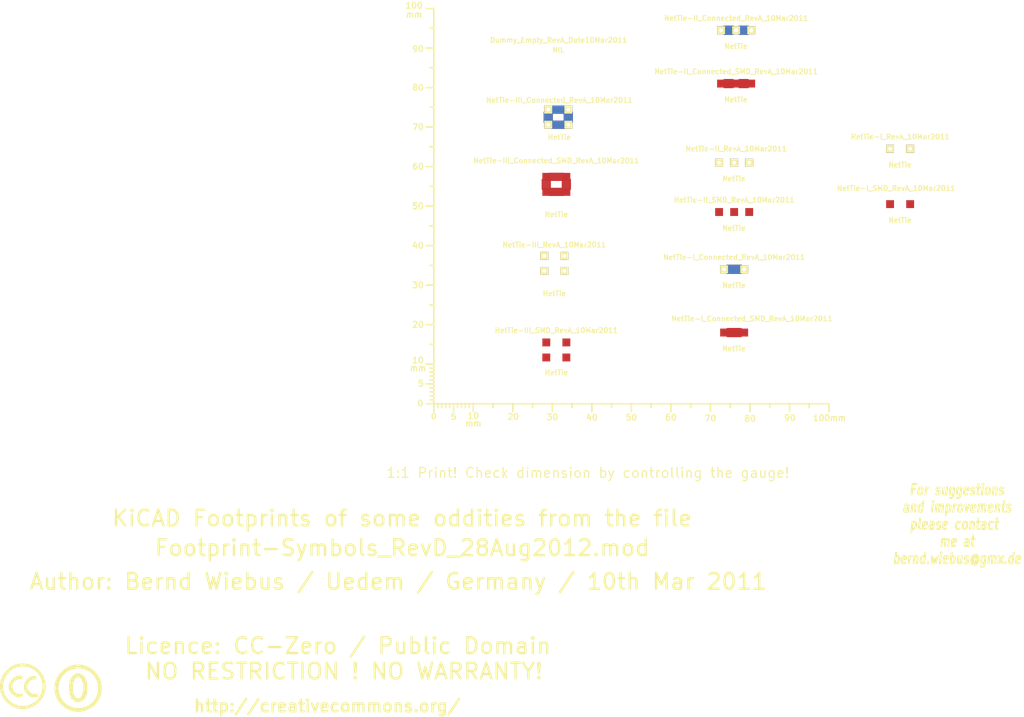
<source format=kicad_pcb>
(kicad_pcb (version 3) (host pcbnew "(2013-03-30 BZR 4007)-stable")

  (general
    (links 0)
    (no_connects 0)
    (area -16.90696 21.436 274.02378 197.1694)
    (thickness 1.6002)
    (drawings 7)
    (tracks 0)
    (zones 0)
    (modules 16)
    (nets 1)
  )

  (page A4)
  (layers
    (15 Vorderseite signal)
    (0 Rückseite signal)
    (16 B.Adhes user)
    (17 F.Adhes user)
    (18 B.Paste user)
    (19 F.Paste user)
    (20 B.SilkS user)
    (21 F.SilkS user)
    (22 B.Mask user)
    (23 F.Mask user)
    (24 Dwgs.User user)
    (25 Cmts.User user)
    (26 Eco1.User user)
    (27 Eco2.User user)
    (28 Edge.Cuts user)
  )

  (setup
    (last_trace_width 0.2032)
    (trace_clearance 0.254)
    (zone_clearance 0.508)
    (zone_45_only no)
    (trace_min 0.2032)
    (segment_width 0.381)
    (edge_width 0.381)
    (via_size 0.889)
    (via_drill 0.635)
    (via_min_size 0.889)
    (via_min_drill 0.508)
    (uvia_size 0.508)
    (uvia_drill 0.127)
    (uvias_allowed no)
    (uvia_min_size 0.508)
    (uvia_min_drill 0.127)
    (pcb_text_width 0.3048)
    (pcb_text_size 1.524 2.032)
    (mod_edge_width 0.381)
    (mod_text_size 1.524 1.524)
    (mod_text_width 0.3048)
    (pad_size 1.99898 1.99898)
    (pad_drill 1.00076)
    (pad_to_mask_clearance 0.254)
    (aux_axis_origin 0 0)
    (visible_elements 7FFFFFFF)
    (pcbplotparams
      (layerselection 3178497)
      (usegerberextensions true)
      (excludeedgelayer true)
      (linewidth 60)
      (plotframeref false)
      (viasonmask false)
      (mode 1)
      (useauxorigin false)
      (hpglpennumber 1)
      (hpglpenspeed 20)
      (hpglpendiameter 15)
      (hpglpenoverlay 0)
      (psnegative false)
      (psa4output false)
      (plotreference true)
      (plotvalue true)
      (plotothertext true)
      (plotinvisibletext false)
      (padsonsilk false)
      (subtractmaskfromsilk false)
      (outputformat 1)
      (mirror false)
      (drillshape 1)
      (scaleselection 1)
      (outputdirectory ""))
  )

  (net 0 "")

  (net_class Default "Dies ist die voreingestellte Netzklasse."
    (clearance 0.254)
    (trace_width 0.2032)
    (via_dia 0.889)
    (via_drill 0.635)
    (uvia_dia 0.508)
    (uvia_drill 0.127)
    (add_net "")
  )

  (module Gauge_100mm_Type2_SilkScreenTop_RevA_Date22Jun2010 (layer Vorderseite) (tedit 51AF5FD9) (tstamp 4D88F07A)
    (at 125 116)
    (descr "Gauge, Massstab, 100mm, SilkScreenTop, Type 2,")
    (tags "Gauge, Massstab, 100mm, SilkScreenTop, Type 2,")
    (path Gauge_100mm_Type2_SilkScreenTop_RevA_Date22Jun2010)
    (fp_text reference MSC (at 4.0005 8.99922) (layer F.SilkS) hide
      (effects (font (size 1.524 1.524) (thickness 0.3048)))
    )
    (fp_text value Gauge_100mm_Type2_SilkScreenTop_RevA_Date22Jun2010 (at 45.9994 8.99922) (layer F.SilkS) hide
      (effects (font (size 1.524 1.524) (thickness 0.3048)))
    )
    (fp_text user mm (at 9.99998 5.00126) (layer F.SilkS)
      (effects (font (size 1.524 1.524) (thickness 0.3048)))
    )
    (fp_text user mm (at -4.0005 -8.99922) (layer F.SilkS)
      (effects (font (size 1.524 1.524) (thickness 0.3048)))
    )
    (fp_text user mm (at -5.00126 -98.5012) (layer F.SilkS)
      (effects (font (size 1.524 1.524) (thickness 0.3048)))
    )
    (fp_text user 10 (at 10.00506 3.0988) (layer F.SilkS)
      (effects (font (size 1.50114 1.50114) (thickness 0.29972)))
    )
    (fp_text user 0 (at 0.00508 3.19786) (layer F.SilkS)
      (effects (font (size 1.39954 1.50114) (thickness 0.29972)))
    )
    (fp_text user 5 (at 5.0038 3.29946) (layer F.SilkS)
      (effects (font (size 1.50114 1.50114) (thickness 0.29972)))
    )
    (fp_text user 20 (at 20.1041 3.29946) (layer F.SilkS)
      (effects (font (size 1.50114 1.50114) (thickness 0.29972)))
    )
    (fp_text user 30 (at 30.00502 3.39852) (layer F.SilkS)
      (effects (font (size 1.50114 1.50114) (thickness 0.29972)))
    )
    (fp_text user 40 (at 40.005 3.50012) (layer F.SilkS)
      (effects (font (size 1.50114 1.50114) (thickness 0.29972)))
    )
    (fp_text user 50 (at 50.00498 3.50012) (layer F.SilkS)
      (effects (font (size 1.50114 1.50114) (thickness 0.29972)))
    )
    (fp_text user 60 (at 60.00496 3.50012) (layer F.SilkS)
      (effects (font (size 1.50114 1.50114) (thickness 0.29972)))
    )
    (fp_text user 70 (at 70.00494 3.70078) (layer F.SilkS)
      (effects (font (size 1.50114 1.50114) (thickness 0.29972)))
    )
    (fp_text user 80 (at 80.00492 3.79984) (layer F.SilkS)
      (effects (font (size 1.50114 1.50114) (thickness 0.29972)))
    )
    (fp_text user 90 (at 90.1065 3.60172) (layer F.SilkS)
      (effects (font (size 1.50114 1.50114) (thickness 0.29972)))
    )
    (fp_text user 100mm (at 100.10648 3.60172) (layer F.SilkS)
      (effects (font (size 1.50114 1.50114) (thickness 0.29972)))
    )
    (fp_line (start 0 -8.99922) (end -1.00076 -8.99922) (layer F.SilkS) (width 0.381))
    (fp_line (start 0 -8.001) (end -1.00076 -8.001) (layer F.SilkS) (width 0.381))
    (fp_line (start 0 -7.00024) (end -1.00076 -7.00024) (layer F.SilkS) (width 0.381))
    (fp_line (start 0 -5.99948) (end -1.00076 -5.99948) (layer F.SilkS) (width 0.381))
    (fp_line (start 0 -4.0005) (end -1.00076 -4.0005) (layer F.SilkS) (width 0.381))
    (fp_line (start 0 -2.99974) (end -1.00076 -2.99974) (layer F.SilkS) (width 0.381))
    (fp_line (start 0 -1.99898) (end -1.00076 -1.99898) (layer F.SilkS) (width 0.381))
    (fp_line (start 0 -1.00076) (end -1.00076 -1.00076) (layer F.SilkS) (width 0.381))
    (fp_line (start 0 0) (end -1.99898 0) (layer F.SilkS) (width 0.381))
    (fp_line (start 0 -5.00126) (end -1.99898 -5.00126) (layer F.SilkS) (width 0.381))
    (fp_line (start 0 -9.99998) (end -1.99898 -9.99998) (layer F.SilkS) (width 0.381))
    (fp_line (start 0 -15.00124) (end -1.00076 -15.00124) (layer F.SilkS) (width 0.381))
    (fp_line (start 0 -19.99996) (end -1.99898 -19.99996) (layer F.SilkS) (width 0.381))
    (fp_line (start 0 -25.00122) (end -1.00076 -25.00122) (layer F.SilkS) (width 0.381))
    (fp_line (start 0 -29.99994) (end -1.99898 -29.99994) (layer F.SilkS) (width 0.381))
    (fp_line (start 0 -35.0012) (end -1.00076 -35.0012) (layer F.SilkS) (width 0.381))
    (fp_line (start 0 -39.99992) (end -1.99898 -39.99992) (layer F.SilkS) (width 0.381))
    (fp_line (start 0 -45.00118) (end -1.00076 -45.00118) (layer F.SilkS) (width 0.381))
    (fp_line (start 0 -49.9999) (end -1.99898 -49.9999) (layer F.SilkS) (width 0.381))
    (fp_line (start 0 -55.00116) (end -1.00076 -55.00116) (layer F.SilkS) (width 0.381))
    (fp_line (start 0 -59.99988) (end -1.99898 -59.99988) (layer F.SilkS) (width 0.381))
    (fp_line (start 0 -65.00114) (end -1.00076 -65.00114) (layer F.SilkS) (width 0.381))
    (fp_line (start 0 -69.99986) (end -1.99898 -69.99986) (layer F.SilkS) (width 0.381))
    (fp_line (start 0 -75.00112) (end -1.00076 -75.00112) (layer F.SilkS) (width 0.381))
    (fp_line (start 0 -79.99984) (end -1.99898 -79.99984) (layer F.SilkS) (width 0.381))
    (fp_line (start 0 -85.0011) (end -1.00076 -85.0011) (layer F.SilkS) (width 0.381))
    (fp_line (start 0 -89.99982) (end -1.99898 -89.99982) (layer F.SilkS) (width 0.381))
    (fp_line (start 0 -95.00108) (end -1.00076 -95.00108) (layer F.SilkS) (width 0.381))
    (fp_line (start 0 0) (end 0 -99.9998) (layer F.SilkS) (width 0.381))
    (fp_line (start 0 -99.9998) (end -1.99898 -99.9998) (layer F.SilkS) (width 0.381))
    (fp_text user 100 (at -4.99872 -100.7491) (layer F.SilkS)
      (effects (font (size 1.50114 1.50114) (thickness 0.29972)))
    )
    (fp_text user 90 (at -4.0005 -89.7509) (layer F.SilkS)
      (effects (font (size 1.50114 1.50114) (thickness 0.29972)))
    )
    (fp_text user 80 (at -4.0005 -79.99984) (layer F.SilkS)
      (effects (font (size 1.50114 1.50114) (thickness 0.29972)))
    )
    (fp_text user 70 (at -4.0005 -69.99986) (layer F.SilkS)
      (effects (font (size 1.50114 1.50114) (thickness 0.29972)))
    )
    (fp_text user 60 (at -4.0005 -59.99988) (layer F.SilkS)
      (effects (font (size 1.50114 1.50114) (thickness 0.29972)))
    )
    (fp_text user 50 (at -4.0005 -49.9999) (layer F.SilkS)
      (effects (font (size 1.50114 1.50114) (thickness 0.34036)))
    )
    (fp_text user 40 (at -4.0005 -39.99992) (layer F.SilkS)
      (effects (font (size 1.50114 1.50114) (thickness 0.29972)))
    )
    (fp_text user 30 (at -4.0005 -29.99994) (layer F.SilkS)
      (effects (font (size 1.50114 1.50114) (thickness 0.29972)))
    )
    (fp_text user 20 (at -4.0005 -19.99996) (layer F.SilkS)
      (effects (font (size 1.50114 1.50114) (thickness 0.29972)))
    )
    (fp_line (start 95.00108 0) (end 95.00108 1.00076) (layer F.SilkS) (width 0.381))
    (fp_line (start 89.99982 0) (end 89.99982 1.99898) (layer F.SilkS) (width 0.381))
    (fp_line (start 85.0011 0) (end 85.0011 1.00076) (layer F.SilkS) (width 0.381))
    (fp_line (start 79.99984 0) (end 79.99984 1.99898) (layer F.SilkS) (width 0.381))
    (fp_line (start 75.00112 0) (end 75.00112 1.00076) (layer F.SilkS) (width 0.381))
    (fp_line (start 69.99986 0) (end 69.99986 1.99898) (layer F.SilkS) (width 0.381))
    (fp_line (start 65.00114 0) (end 65.00114 1.00076) (layer F.SilkS) (width 0.381))
    (fp_line (start 59.99988 0) (end 59.99988 1.99898) (layer F.SilkS) (width 0.381))
    (fp_line (start 55.00116 0) (end 55.00116 1.00076) (layer F.SilkS) (width 0.381))
    (fp_line (start 49.9999 0) (end 49.9999 1.99898) (layer F.SilkS) (width 0.381))
    (fp_line (start 45.00118 0) (end 45.00118 1.00076) (layer F.SilkS) (width 0.381))
    (fp_line (start 39.99992 0) (end 39.99992 1.99898) (layer F.SilkS) (width 0.381))
    (fp_line (start 35.0012 0) (end 35.0012 1.00076) (layer F.SilkS) (width 0.381))
    (fp_line (start 29.99994 0) (end 29.99994 1.99898) (layer F.SilkS) (width 0.381))
    (fp_line (start 25.00122 0) (end 25.00122 1.00076) (layer F.SilkS) (width 0.381))
    (fp_line (start 19.99996 0) (end 19.99996 1.99898) (layer F.SilkS) (width 0.381))
    (fp_line (start 15.00124 0) (end 15.00124 1.00076) (layer F.SilkS) (width 0.381))
    (fp_line (start 9.99998 0) (end 99.9998 0) (layer F.SilkS) (width 0.381))
    (fp_line (start 99.9998 0) (end 99.9998 1.99898) (layer F.SilkS) (width 0.381))
    (fp_text user 5 (at -3.302 -5.10286) (layer F.SilkS)
      (effects (font (size 1.50114 1.50114) (thickness 0.29972)))
    )
    (fp_text user 0 (at -3.4036 -0.10414) (layer F.SilkS)
      (effects (font (size 1.50114 1.50114) (thickness 0.29972)))
    )
    (fp_text user 10 (at -4.0005 -11.00074) (layer F.SilkS)
      (effects (font (size 1.50114 1.50114) (thickness 0.29972)))
    )
    (fp_line (start 8.99922 0) (end 8.99922 1.00076) (layer F.SilkS) (width 0.381))
    (fp_line (start 8.001 0) (end 8.001 1.00076) (layer F.SilkS) (width 0.381))
    (fp_line (start 7.00024 0) (end 7.00024 1.00076) (layer F.SilkS) (width 0.381))
    (fp_line (start 5.99948 0) (end 5.99948 1.00076) (layer F.SilkS) (width 0.381))
    (fp_line (start 4.0005 0) (end 4.0005 1.00076) (layer F.SilkS) (width 0.381))
    (fp_line (start 2.99974 0) (end 2.99974 1.00076) (layer F.SilkS) (width 0.381))
    (fp_line (start 1.99898 0) (end 1.99898 1.00076) (layer F.SilkS) (width 0.381))
    (fp_line (start 1.00076 0) (end 1.00076 1.00076) (layer F.SilkS) (width 0.381))
    (fp_line (start 5.00126 0) (end 5.00126 1.99898) (layer F.SilkS) (width 0.381))
    (fp_line (start 0 0) (end 0 1.99898) (layer F.SilkS) (width 0.381))
    (fp_line (start 0 0) (end 9.99998 0) (layer F.SilkS) (width 0.381))
    (fp_line (start 9.99998 0) (end 9.99998 1.99898) (layer F.SilkS) (width 0.381))
  )

  (module Symbol_CC-PublicDomain_SilkScreenTop_Big (layer Vorderseite) (tedit 515D641F) (tstamp 515F0B64)
    (at 35 188)
    (descr "Symbol, CC-PublicDomain, SilkScreen Top, Big,")
    (tags "Symbol, CC-PublicDomain, SilkScreen Top, Big,")
    (path Symbol_CC-Noncommercial_CopperTop_Big)
    (fp_text reference Sym (at 0.59944 -7.29996) (layer F.SilkS) hide
      (effects (font (size 1.524 1.524) (thickness 0.3048)))
    )
    (fp_text value Symbol_CC-PublicDomain_SilkScreenTop_Big (at 0.59944 8.001) (layer F.SilkS) hide
      (effects (font (size 1.524 1.524) (thickness 0.3048)))
    )
    (fp_circle (center 0 0) (end 5.8 -0.05) (layer F.SilkS) (width 0.381))
    (fp_circle (center 0 0) (end 5.5 0) (layer F.SilkS) (width 0.381))
    (fp_circle (center 0.05 0) (end 5.25 0) (layer F.SilkS) (width 0.381))
    (fp_line (start 1.1 -2.5) (end 1.4 -1.9) (layer F.SilkS) (width 0.381))
    (fp_line (start -1.8 1.2) (end -1.6 1.9) (layer F.SilkS) (width 0.381))
    (fp_line (start -1.6 1.9) (end -1.2 2.5) (layer F.SilkS) (width 0.381))
    (fp_line (start 0 -3) (end 0.75 -2.75) (layer F.SilkS) (width 0.381))
    (fp_line (start 0.75 -2.75) (end 1 -2.25) (layer F.SilkS) (width 0.381))
    (fp_line (start 1 -2.25) (end 1.5 -1) (layer F.SilkS) (width 0.381))
    (fp_line (start 1.5 -1) (end 1.5 -0.5) (layer F.SilkS) (width 0.381))
    (fp_line (start 1.5 -0.5) (end 1.5 0.5) (layer F.SilkS) (width 0.381))
    (fp_line (start 1.5 0.5) (end 1.25 1.5) (layer F.SilkS) (width 0.381))
    (fp_line (start 1.25 1.5) (end 0.75 2.5) (layer F.SilkS) (width 0.381))
    (fp_line (start 0.75 2.5) (end 0.25 2.75) (layer F.SilkS) (width 0.381))
    (fp_line (start 0.25 2.75) (end -0.25 2.75) (layer F.SilkS) (width 0.381))
    (fp_line (start -0.25 2.75) (end -0.75 2.5) (layer F.SilkS) (width 0.381))
    (fp_line (start -0.75 2.5) (end -1.25 1.75) (layer F.SilkS) (width 0.381))
    (fp_line (start -1.25 1.75) (end -1.5 0.75) (layer F.SilkS) (width 0.381))
    (fp_line (start -1.5 0.75) (end -1.5 -0.75) (layer F.SilkS) (width 0.381))
    (fp_line (start -1.5 -0.75) (end -1.25 -1.75) (layer F.SilkS) (width 0.381))
    (fp_line (start -1.25 -1.75) (end -1 -2.5) (layer F.SilkS) (width 0.381))
    (fp_line (start -1 -2.5) (end -0.3 -2.9) (layer F.SilkS) (width 0.381))
    (fp_line (start -0.3 -2.9) (end 0.2 -3) (layer F.SilkS) (width 0.381))
    (fp_line (start 0.2 -3) (end 0.8 -3) (layer F.SilkS) (width 0.381))
    (fp_line (start 0.8 -3) (end 1.4 -2.3) (layer F.SilkS) (width 0.381))
    (fp_line (start 1.4 -2.3) (end 1.6 -1.4) (layer F.SilkS) (width 0.381))
    (fp_line (start 1.6 -1.4) (end 1.7 -0.3) (layer F.SilkS) (width 0.381))
    (fp_line (start 1.7 -0.3) (end 1.7 0.9) (layer F.SilkS) (width 0.381))
    (fp_line (start 1.7 0.9) (end 1.4 1.8) (layer F.SilkS) (width 0.381))
    (fp_line (start 1.4 1.8) (end 1 2.7) (layer F.SilkS) (width 0.381))
    (fp_line (start 1 2.7) (end 0.5 3) (layer F.SilkS) (width 0.381))
    (fp_line (start 0.5 3) (end -0.4 3) (layer F.SilkS) (width 0.381))
    (fp_line (start -0.4 3) (end -1.3 2.3) (layer F.SilkS) (width 0.381))
    (fp_line (start -1.3 2.3) (end -1.7 1) (layer F.SilkS) (width 0.381))
    (fp_line (start -1.7 1) (end -1.8 -0.7) (layer F.SilkS) (width 0.381))
    (fp_line (start -1.8 -0.7) (end -1.4 -2.2) (layer F.SilkS) (width 0.381))
    (fp_line (start -1.4 -2.2) (end -1 -2.9) (layer F.SilkS) (width 0.381))
    (fp_line (start -1 -2.9) (end -0.2 -3.3) (layer F.SilkS) (width 0.381))
    (fp_line (start -0.2 -3.3) (end 0.7 -3.2) (layer F.SilkS) (width 0.381))
    (fp_line (start 0.7 -3.2) (end 1.3 -3.1) (layer F.SilkS) (width 0.381))
    (fp_line (start 1.3 -3.1) (end 1.7 -2.4) (layer F.SilkS) (width 0.381))
    (fp_line (start 1.7 -2.4) (end 2 -1.6) (layer F.SilkS) (width 0.381))
    (fp_line (start 2 -1.6) (end 2.1 -0.6) (layer F.SilkS) (width 0.381))
    (fp_line (start 2.1 -0.6) (end 2.1 0.3) (layer F.SilkS) (width 0.381))
    (fp_line (start 2.1 0.3) (end 2.1 1.3) (layer F.SilkS) (width 0.381))
    (fp_line (start 2.1 1.3) (end 1.9 1.8) (layer F.SilkS) (width 0.381))
    (fp_line (start 1.9 1.8) (end 1.5 2.6) (layer F.SilkS) (width 0.381))
    (fp_line (start 1.5 2.6) (end 1.1 3) (layer F.SilkS) (width 0.381))
    (fp_line (start 1.1 3) (end 0.4 3.3) (layer F.SilkS) (width 0.381))
    (fp_line (start 0.4 3.3) (end -0.1 3.4) (layer F.SilkS) (width 0.381))
    (fp_line (start -0.1 3.4) (end -0.8 3.2) (layer F.SilkS) (width 0.381))
    (fp_line (start -0.8 3.2) (end -1.5 2.6) (layer F.SilkS) (width 0.381))
    (fp_line (start -1.5 2.6) (end -1.9 1.7) (layer F.SilkS) (width 0.381))
    (fp_line (start -1.9 1.7) (end -2.1 0.4) (layer F.SilkS) (width 0.381))
    (fp_line (start -2.1 0.4) (end -2.1 -0.6) (layer F.SilkS) (width 0.381))
    (fp_line (start -2.1 -0.6) (end -2 -1.6) (layer F.SilkS) (width 0.381))
    (fp_line (start -2 -1.6) (end -1.7 -2.4) (layer F.SilkS) (width 0.381))
    (fp_line (start -1.7 -2.4) (end -1.2 -3.1) (layer F.SilkS) (width 0.381))
    (fp_line (start -1.2 -3.1) (end -0.4 -3.6) (layer F.SilkS) (width 0.381))
    (fp_line (start -0.4 -3.6) (end 0.4 -3.6) (layer F.SilkS) (width 0.381))
    (fp_line (start 0.4 -3.6) (end 1.1 -3.2) (layer F.SilkS) (width 0.381))
    (fp_line (start 1.1 -3.2) (end 1.1 -2.9) (layer F.SilkS) (width 0.381))
    (fp_line (start 1.1 -2.9) (end 1.8 -1.5) (layer F.SilkS) (width 0.381))
    (fp_line (start 1.8 -1.5) (end 1.8 -0.4) (layer F.SilkS) (width 0.381))
    (fp_line (start 1.8 -0.4) (end 1.8 1.1) (layer F.SilkS) (width 0.381))
    (fp_line (start 1.8 1.1) (end 1.2 2.6) (layer F.SilkS) (width 0.381))
    (fp_line (start 1.2 2.6) (end 0.2 3.2) (layer F.SilkS) (width 0.381))
    (fp_line (start 0.2 3.2) (end -0.5 3.2) (layer F.SilkS) (width 0.381))
    (fp_line (start -0.5 3.2) (end -1.1 2.7) (layer F.SilkS) (width 0.381))
    (fp_line (start -1.1 2.7) (end -1.9 0.6) (layer F.SilkS) (width 0.381))
    (fp_line (start -1.9 0.6) (end -1.7 -1.9) (layer F.SilkS) (width 0.381))
  )

  (module Symbol_CreativeCommons_SilkScreenTop_Type2_Big (layer Vorderseite) (tedit 515D640C) (tstamp 515F46B2)
    (at 21 187.5)
    (descr "Symbol, Creative Commons, SilkScreen Top, Type 2, Big,")
    (tags "Symbol, Creative Commons, SilkScreen Top, Type 2, Big,")
    (path Symbol_CreativeCommons_CopperTop_Type2_Big)
    (fp_text reference Sym (at 0.59944 -7.29996) (layer F.SilkS) hide
      (effects (font (size 1.524 1.524) (thickness 0.3048)))
    )
    (fp_text value Symbol_CreativeCommons_Typ2_SilkScreenTop_Big (at 0.59944 8.001) (layer F.SilkS) hide
      (effects (font (size 1.524 1.524) (thickness 0.3048)))
    )
    (fp_line (start -0.70104 2.70002) (end -0.29972 2.60096) (layer F.SilkS) (width 0.381))
    (fp_line (start -0.29972 2.60096) (end -0.20066 2.10058) (layer F.SilkS) (width 0.381))
    (fp_line (start -2.49936 -1.69926) (end -2.70002 -1.6002) (layer F.SilkS) (width 0.381))
    (fp_line (start -2.70002 -1.6002) (end -3.0988 -1.00076) (layer F.SilkS) (width 0.381))
    (fp_line (start -3.0988 -1.00076) (end -3.29946 -0.50038) (layer F.SilkS) (width 0.381))
    (fp_line (start -3.29946 -0.50038) (end -3.40106 0.39878) (layer F.SilkS) (width 0.381))
    (fp_line (start -3.40106 0.39878) (end -3.29946 0.89916) (layer F.SilkS) (width 0.381))
    (fp_line (start -0.19812 2.4003) (end -0.29718 2.59842) (layer F.SilkS) (width 0.381))
    (fp_line (start 3.70078 2.10058) (end 3.79984 2.4003) (layer F.SilkS) (width 0.381))
    (fp_line (start 2.99974 -2.4003) (end 3.29946 -2.30124) (layer F.SilkS) (width 0.381))
    (fp_line (start 3.29946 -2.30124) (end 3.0988 -1.99898) (layer F.SilkS) (width 0.381))
    (fp_line (start 0 -5.40004) (end -0.50038 -5.40004) (layer F.SilkS) (width 0.381))
    (fp_line (start -0.50038 -5.40004) (end -1.30048 -5.10032) (layer F.SilkS) (width 0.381))
    (fp_line (start -1.30048 -5.10032) (end -1.99898 -4.89966) (layer F.SilkS) (width 0.381))
    (fp_line (start -1.99898 -4.89966) (end -2.70002 -4.699) (layer F.SilkS) (width 0.381))
    (fp_line (start -2.70002 -4.699) (end -3.29946 -4.20116) (layer F.SilkS) (width 0.381))
    (fp_line (start -3.29946 -4.20116) (end -4.0005 -3.59918) (layer F.SilkS) (width 0.381))
    (fp_line (start -4.0005 -3.59918) (end -4.50088 -2.99974) (layer F.SilkS) (width 0.381))
    (fp_line (start -4.50088 -2.99974) (end -5.00126 -2.10058) (layer F.SilkS) (width 0.381))
    (fp_line (start -5.00126 -2.10058) (end -5.30098 -1.09982) (layer F.SilkS) (width 0.381))
    (fp_line (start -5.30098 -1.09982) (end -5.40004 0.09906) (layer F.SilkS) (width 0.381))
    (fp_line (start -5.40004 0.09906) (end -5.19938 1.30048) (layer F.SilkS) (width 0.381))
    (fp_line (start -5.19938 1.30048) (end -4.8006 2.4003) (layer F.SilkS) (width 0.381))
    (fp_line (start -4.8006 2.4003) (end -3.79984 3.8989) (layer F.SilkS) (width 0.381))
    (fp_line (start -3.79984 3.8989) (end -2.60096 4.8006) (layer F.SilkS) (width 0.381))
    (fp_line (start -2.60096 4.8006) (end -1.30048 5.30098) (layer F.SilkS) (width 0.381))
    (fp_line (start -1.30048 5.30098) (end 0.09906 5.30098) (layer F.SilkS) (width 0.381))
    (fp_line (start 0.09906 5.30098) (end 1.6002 5.19938) (layer F.SilkS) (width 0.381))
    (fp_line (start 1.6002 5.19938) (end 2.60096 4.699) (layer F.SilkS) (width 0.381))
    (fp_line (start 2.60096 4.699) (end 4.20116 3.40106) (layer F.SilkS) (width 0.381))
    (fp_line (start 4.20116 3.40106) (end 5.00126 1.80086) (layer F.SilkS) (width 0.381))
    (fp_line (start 5.00126 1.80086) (end 5.40004 0.29972) (layer F.SilkS) (width 0.381))
    (fp_line (start 5.40004 0.29972) (end 5.19938 -1.39954) (layer F.SilkS) (width 0.381))
    (fp_line (start 5.19938 -1.39954) (end 4.699 -2.49936) (layer F.SilkS) (width 0.381))
    (fp_line (start 4.699 -2.49936) (end 3.40106 -4.09956) (layer F.SilkS) (width 0.381))
    (fp_line (start 3.40106 -4.09956) (end 2.4003 -4.8006) (layer F.SilkS) (width 0.381))
    (fp_line (start 2.4003 -4.8006) (end 1.39954 -5.19938) (layer F.SilkS) (width 0.381))
    (fp_line (start 1.39954 -5.19938) (end 0 -5.30098) (layer F.SilkS) (width 0.381))
    (fp_line (start 0.60198 -0.70104) (end 0.50292 -0.20066) (layer F.SilkS) (width 0.381))
    (fp_line (start 0.50292 -0.20066) (end 0.50292 0.49784) (layer F.SilkS) (width 0.381))
    (fp_line (start 0.50292 0.49784) (end 0.60198 1.09982) (layer F.SilkS) (width 0.381))
    (fp_line (start 0.60198 1.09982) (end 1.00076 1.69926) (layer F.SilkS) (width 0.381))
    (fp_line (start 1.00076 1.69926) (end 1.50114 2.19964) (layer F.SilkS) (width 0.381))
    (fp_line (start 1.50114 2.19964) (end 2.10058 2.49936) (layer F.SilkS) (width 0.381))
    (fp_line (start 2.10058 2.49936) (end 2.60096 2.59842) (layer F.SilkS) (width 0.381))
    (fp_line (start 2.60096 2.59842) (end 3.00228 2.59842) (layer F.SilkS) (width 0.381))
    (fp_line (start 3.00228 2.59842) (end 3.40106 2.59842) (layer F.SilkS) (width 0.381))
    (fp_line (start 3.40106 2.59842) (end 3.80238 2.49936) (layer F.SilkS) (width 0.381))
    (fp_line (start 3.80238 2.49936) (end 3.70078 2.2987) (layer F.SilkS) (width 0.381))
    (fp_line (start 3.70078 2.2987) (end 2.80162 2.4003) (layer F.SilkS) (width 0.381))
    (fp_line (start 2.80162 2.4003) (end 1.80086 2.09804) (layer F.SilkS) (width 0.381))
    (fp_line (start 1.80086 2.09804) (end 1.20142 1.6002) (layer F.SilkS) (width 0.381))
    (fp_line (start 1.20142 1.6002) (end 0.80264 0.6985) (layer F.SilkS) (width 0.381))
    (fp_line (start 0.80264 0.6985) (end 0.70104 -0.29972) (layer F.SilkS) (width 0.381))
    (fp_line (start 0.70104 -0.29972) (end 1.00076 -1.00076) (layer F.SilkS) (width 0.381))
    (fp_line (start 1.00076 -1.00076) (end 1.60274 -1.7018) (layer F.SilkS) (width 0.381))
    (fp_line (start 1.60274 -1.7018) (end 2.30124 -2.10058) (layer F.SilkS) (width 0.381))
    (fp_line (start 2.30124 -2.10058) (end 3.00228 -2.10058) (layer F.SilkS) (width 0.381))
    (fp_line (start 3.00228 -2.10058) (end 3.10134 -1.89992) (layer F.SilkS) (width 0.381))
    (fp_line (start 3.10134 -1.89992) (end 2.5019 -1.89992) (layer F.SilkS) (width 0.381))
    (fp_line (start 2.5019 -1.89992) (end 1.80086 -1.6002) (layer F.SilkS) (width 0.381))
    (fp_line (start 1.80086 -1.6002) (end 1.30048 -1.00076) (layer F.SilkS) (width 0.381))
    (fp_line (start 1.30048 -1.00076) (end 1.00076 -0.40132) (layer F.SilkS) (width 0.381))
    (fp_line (start 1.00076 -0.40132) (end 1.00076 0.09906) (layer F.SilkS) (width 0.381))
    (fp_line (start 1.00076 0.09906) (end 1.00076 0.6985) (layer F.SilkS) (width 0.381))
    (fp_line (start 1.00076 0.6985) (end 1.30048 1.19888) (layer F.SilkS) (width 0.381))
    (fp_line (start 1.30048 1.19888) (end 1.7018 1.69926) (layer F.SilkS) (width 0.381))
    (fp_line (start 1.7018 1.69926) (end 2.30124 1.99898) (layer F.SilkS) (width 0.381))
    (fp_line (start 2.30124 1.99898) (end 2.90068 2.09804) (layer F.SilkS) (width 0.381))
    (fp_line (start 2.90068 2.09804) (end 3.40106 2.09804) (layer F.SilkS) (width 0.381))
    (fp_line (start 3.40106 2.09804) (end 3.70078 1.99898) (layer F.SilkS) (width 0.381))
    (fp_line (start 3.00228 -2.4003) (end 2.40284 -2.4003) (layer F.SilkS) (width 0.381))
    (fp_line (start 2.40284 -2.4003) (end 2.00152 -2.20218) (layer F.SilkS) (width 0.381))
    (fp_line (start 2.00152 -2.20218) (end 1.50114 -2.00152) (layer F.SilkS) (width 0.381))
    (fp_line (start 1.50114 -2.00152) (end 1.10236 -1.6002) (layer F.SilkS) (width 0.381))
    (fp_line (start 1.10236 -1.6002) (end 0.80264 -1.09982) (layer F.SilkS) (width 0.381))
    (fp_line (start 0.80264 -1.09982) (end 0.60198 -0.70104) (layer F.SilkS) (width 0.381))
    (fp_line (start -0.39878 -1.99898) (end -0.89916 -1.99898) (layer F.SilkS) (width 0.381))
    (fp_line (start -0.89916 -1.99898) (end -1.39954 -1.89738) (layer F.SilkS) (width 0.381))
    (fp_line (start -1.39954 -1.89738) (end -1.89992 -1.59766) (layer F.SilkS) (width 0.381))
    (fp_line (start -1.89992 -1.59766) (end -2.4003 -1.19888) (layer F.SilkS) (width 0.381))
    (fp_line (start -2.4003 -1.30048) (end -2.70002 -0.8001) (layer F.SilkS) (width 0.381))
    (fp_line (start -2.70002 -0.8001) (end -2.79908 -0.29972) (layer F.SilkS) (width 0.381))
    (fp_line (start -2.79908 -0.29972) (end -2.79908 0.20066) (layer F.SilkS) (width 0.381))
    (fp_line (start -2.79908 0.20066) (end -2.59842 1.00076) (layer F.SilkS) (width 0.381))
    (fp_line (start -2.69748 1.00076) (end -2.39776 1.39954) (layer F.SilkS) (width 0.381))
    (fp_line (start -2.29616 1.4986) (end -1.79578 1.89992) (layer F.SilkS) (width 0.381))
    (fp_line (start -1.79578 1.89992) (end -1.29794 2.09804) (layer F.SilkS) (width 0.381))
    (fp_line (start -1.29794 2.09804) (end -0.89662 2.19964) (layer F.SilkS) (width 0.381))
    (fp_line (start -0.89662 2.19964) (end -0.49784 2.19964) (layer F.SilkS) (width 0.381))
    (fp_line (start -0.49784 2.19964) (end -0.19812 2.09804) (layer F.SilkS) (width 0.381))
    (fp_line (start -0.19812 2.09804) (end -0.29718 2.4003) (layer F.SilkS) (width 0.381))
    (fp_line (start -0.29718 2.4003) (end -0.89662 2.49936) (layer F.SilkS) (width 0.381))
    (fp_line (start -0.89662 2.49936) (end -1.59766 2.2987) (layer F.SilkS) (width 0.381))
    (fp_line (start -1.59766 2.2987) (end -2.29616 1.79832) (layer F.SilkS) (width 0.381))
    (fp_line (start -2.29616 1.79832) (end -2.79654 1.29794) (layer F.SilkS) (width 0.381))
    (fp_line (start -2.79908 1.39954) (end -2.99974 0.70104) (layer F.SilkS) (width 0.381))
    (fp_line (start -2.99974 0.70104) (end -3.0988 0) (layer F.SilkS) (width 0.381))
    (fp_line (start -3.0988 0) (end -2.99974 -0.59944) (layer F.SilkS) (width 0.381))
    (fp_line (start -2.99974 -0.8001) (end -2.70002 -1.30048) (layer F.SilkS) (width 0.381))
    (fp_line (start -2.70002 -1.09982) (end -2.19964 -1.6002) (layer F.SilkS) (width 0.381))
    (fp_line (start -2.19964 -1.69926) (end -1.69926 -1.99898) (layer F.SilkS) (width 0.381))
    (fp_line (start -1.69926 -1.99898) (end -1.19888 -2.19964) (layer F.SilkS) (width 0.381))
    (fp_line (start -1.19888 -2.19964) (end -0.6985 -2.19964) (layer F.SilkS) (width 0.381))
    (fp_line (start -0.6985 -2.19964) (end -0.29972 -2.19964) (layer F.SilkS) (width 0.381))
    (fp_line (start -0.29972 -2.19964) (end -0.20066 -2.39776) (layer F.SilkS) (width 0.381))
    (fp_line (start -0.20066 -2.39776) (end -0.59944 -2.49936) (layer F.SilkS) (width 0.381))
    (fp_line (start -0.59944 -2.49936) (end -1.00076 -2.49936) (layer F.SilkS) (width 0.381))
    (fp_line (start -1.00076 -2.49936) (end -1.4986 -2.39776) (layer F.SilkS) (width 0.381))
    (fp_line (start -1.4986 -2.39776) (end -2.10058 -2.09804) (layer F.SilkS) (width 0.381))
    (fp_line (start -2.10058 -2.09804) (end -2.59842 -1.69926) (layer F.SilkS) (width 0.381))
    (fp_line (start -2.59842 -1.6002) (end -3.0988 -0.89916) (layer F.SilkS) (width 0.381))
    (fp_line (start -3.0988 -0.89916) (end -3.29946 -0.29972) (layer F.SilkS) (width 0.381))
    (fp_line (start -3.29946 -0.29972) (end -3.29946 0.40132) (layer F.SilkS) (width 0.381))
    (fp_line (start -3.29946 0.40132) (end -3.2004 1.00076) (layer F.SilkS) (width 0.381))
    (fp_line (start -3.29946 0.8001) (end -2.99974 1.39954) (layer F.SilkS) (width 0.381))
    (fp_line (start -2.89814 1.4986) (end -2.49682 1.99898) (layer F.SilkS) (width 0.381))
    (fp_line (start -2.49682 1.99898) (end -1.89738 2.4003) (layer F.SilkS) (width 0.381))
    (fp_line (start -1.89738 2.4003) (end -1.19634 2.59842) (layer F.SilkS) (width 0.381))
    (fp_line (start -1.19634 2.59842) (end -0.69596 2.70002) (layer F.SilkS) (width 0.381))
    (fp_line (start -2.9972 1.19888) (end -2.59842 1.19888) (layer F.SilkS) (width 0.381))
    (fp_circle (center 0 0) (end 5.08 1.016) (layer F.SilkS) (width 0.381))
    (fp_circle (center 0 0) (end 5.588 0) (layer F.SilkS) (width 0.381))
  )

  (module Dummy_Empty_RevA_Date10Mar2011 (layer Vorderseite) (tedit 51AF5FA5) (tstamp 51AF5F86)
    (at 156.5 26.5)
    (descr "Only empty Dummy to give satsfaction to DRC")
    (tags "Only empty Dummy to give satsfaction to DRC")
    (fp_text reference Dummy_Empty_RevA_Date10Mar2011 (at 0.07112 -2.49936) (layer F.SilkS)
      (effects (font (size 1.27 1.27) (thickness 0.254)))
    )
    (fp_text value NIL (at 0 0) (layer F.SilkS)
      (effects (font (size 1.27 1.27) (thickness 0.254)))
    )
  )

  (module NetTie-III_Connected_RevA_20Mar2011 (layer Vorderseite) (tedit 51AF5FB0) (tstamp 51AF61AD)
    (at 156.5 43.5)
    (descr "Just a \"Net tie\" as an more or less elegant way to connect two different nets without disturbing ERC and DRC. Make connection between 1 and 2 by yourself.")
    (tags "Just a \"Net tie\" as an more or less elegant way to connect two different nets without disturbing ERC and DRC. Make connection between 1 and 2 by yourself.")
    (path NetTie-I_Connected_RevA_20Mar2011)
    (fp_text reference NetTie (at 0.254 5.08) (layer F.SilkS)
      (effects (font (size 1.27 1.27) (thickness 0.254)))
    )
    (fp_text value NetTie-III_Connected_RevA_10Mar2011 (at 0.254 -4.318) (layer F.SilkS)
      (effects (font (size 1.27 1.27) (thickness 0.254)))
    )
    (fp_line (start 2.54 -1.016) (end 2.54 1.016) (layer Rückseite) (width 0.3048))
    (fp_line (start 3.556 -1.27) (end 3.556 1.27) (layer Rückseite) (width 0.3048))
    (fp_line (start 3.556 1.27) (end 3.302 1.27) (layer Rückseite) (width 0.3048))
    (fp_line (start 3.302 1.27) (end 3.302 -1.27) (layer Rückseite) (width 0.3048))
    (fp_line (start 3.302 -1.27) (end 3.048 -1.27) (layer Rückseite) (width 0.3048))
    (fp_line (start 3.048 -1.27) (end 3.048 1.27) (layer Rückseite) (width 0.3048))
    (fp_line (start 3.048 1.27) (end 2.794 1.27) (layer Rückseite) (width 0.3048))
    (fp_line (start 2.794 1.27) (end 2.794 -1.27) (layer Rückseite) (width 0.3048))
    (fp_line (start 1.524 -1.27) (end 1.524 1.27) (layer Rückseite) (width 0.3048))
    (fp_line (start 1.524 1.27) (end 1.778 1.27) (layer Rückseite) (width 0.3048))
    (fp_line (start 1.778 1.27) (end 1.778 -1.27) (layer Rückseite) (width 0.3048))
    (fp_line (start 1.778 -1.27) (end 2.032 -1.27) (layer Rückseite) (width 0.3048))
    (fp_line (start 2.032 -1.27) (end 2.032 1.27) (layer Rückseite) (width 0.3048))
    (fp_line (start 2.032 1.27) (end 2.286 1.27) (layer Rückseite) (width 0.3048))
    (fp_line (start 2.286 1.27) (end 2.286 -1.27) (layer Rückseite) (width 0.3048))
    (fp_line (start 1.778 2.794) (end -1.778 2.794) (layer Rückseite) (width 0.3048))
    (fp_line (start -1.778 2.794) (end -1.778 2.54) (layer Rückseite) (width 0.3048))
    (fp_line (start -1.778 2.54) (end 1.778 2.54) (layer Rückseite) (width 0.3048))
    (fp_line (start 1.778 2.54) (end 1.778 2.286) (layer Rückseite) (width 0.3048))
    (fp_line (start 1.778 2.286) (end -1.778 2.286) (layer Rückseite) (width 0.3048))
    (fp_line (start -1.778 2.286) (end -1.778 2.032) (layer Rückseite) (width 0.3048))
    (fp_line (start -1.778 2.032) (end 1.778 2.032) (layer Rückseite) (width 0.3048))
    (fp_line (start 1.778 2.032) (end 1.778 1.778) (layer Rückseite) (width 0.3048))
    (fp_line (start 1.778 1.778) (end -1.778 1.778) (layer Rückseite) (width 0.3048))
    (fp_line (start -1.778 1.778) (end -1.778 1.524) (layer Rückseite) (width 0.3048))
    (fp_line (start -1.778 1.524) (end 1.778 1.524) (layer Rückseite) (width 0.3048))
    (fp_line (start 1.778 1.524) (end 1.778 1.27) (layer Rückseite) (width 0.3048))
    (fp_line (start 1.778 1.27) (end -1.778 1.27) (layer Rückseite) (width 0.3048))
    (fp_line (start -1.778 1.27) (end -1.778 1.016) (layer Rückseite) (width 0.3048))
    (fp_line (start -1.778 1.016) (end 1.778 1.016) (layer Rückseite) (width 0.3048))
    (fp_line (start 1.778 1.016) (end 1.778 0.762) (layer Rückseite) (width 0.3048))
    (fp_line (start 1.778 0.762) (end 1.778 1.016) (layer Rückseite) (width 0.3048))
    (fp_line (start 1.778 -2.794) (end -1.778 -2.794) (layer Rückseite) (width 0.3048))
    (fp_line (start -1.778 -2.794) (end -1.778 -2.54) (layer Rückseite) (width 0.3048))
    (fp_line (start -1.778 -2.54) (end 1.778 -2.54) (layer Rückseite) (width 0.3048))
    (fp_line (start 1.778 -2.54) (end 1.778 -2.286) (layer Rückseite) (width 0.3048))
    (fp_line (start 1.778 -2.286) (end -1.778 -2.286) (layer Rückseite) (width 0.3048))
    (fp_line (start -1.778 -2.286) (end -1.778 -2.032) (layer Rückseite) (width 0.3048))
    (fp_line (start -1.778 -2.032) (end 1.778 -2.032) (layer Rückseite) (width 0.3048))
    (fp_line (start 1.778 -2.032) (end 1.778 -1.778) (layer Rückseite) (width 0.3048))
    (fp_line (start 1.778 -1.778) (end -1.778 -1.778) (layer Rückseite) (width 0.3048))
    (fp_line (start -1.778 -1.778) (end -1.778 -1.524) (layer Rückseite) (width 0.3048))
    (fp_line (start -1.778 -1.524) (end 1.524 -1.524) (layer Rückseite) (width 0.3048))
    (fp_line (start 1.524 -1.524) (end 1.778 -1.524) (layer Rückseite) (width 0.3048))
    (fp_line (start 1.778 -1.524) (end 1.778 -1.27) (layer Rückseite) (width 0.3048))
    (fp_line (start 1.778 -1.27) (end -1.778 -1.27) (layer Rückseite) (width 0.3048))
    (fp_line (start -1.778 -1.27) (end -1.778 -1.016) (layer Rückseite) (width 0.3048))
    (fp_line (start -1.778 -1.016) (end 1.778 -1.016) (layer Rückseite) (width 0.3048))
    (fp_line (start -2.54 -1.016) (end -2.54 1.016) (layer Rückseite) (width 0.3048))
    (fp_line (start -2.286 1.27) (end -2.286 -1.27) (layer Rückseite) (width 0.3048))
    (fp_line (start -2.286 -1.27) (end -2.032 -1.27) (layer Rückseite) (width 0.3048))
    (fp_line (start -2.032 -1.27) (end -2.032 1.27) (layer Rückseite) (width 0.3048))
    (fp_line (start -2.032 1.27) (end -1.778 1.27) (layer Rückseite) (width 0.3048))
    (fp_line (start -1.778 1.27) (end -1.778 -1.27) (layer Rückseite) (width 0.3048))
    (fp_line (start -1.778 -1.27) (end -1.524 -1.27) (layer Rückseite) (width 0.3048))
    (fp_line (start -1.524 -1.27) (end -1.524 1.27) (layer Rückseite) (width 0.3048))
    (fp_line (start -3.556 -1.27) (end -3.556 1.27) (layer Rückseite) (width 0.3048))
    (fp_line (start -3.556 1.27) (end -3.302 1.27) (layer Rückseite) (width 0.3048))
    (fp_line (start -3.302 1.27) (end -3.302 -1.27) (layer Rückseite) (width 0.3048))
    (fp_line (start -3.302 -1.27) (end -3.048 -1.27) (layer Rückseite) (width 0.3048))
    (fp_line (start -3.048 -1.27) (end -3.048 1.27) (layer Rückseite) (width 0.3048))
    (fp_line (start -3.048 1.27) (end -2.794 1.27) (layer Rückseite) (width 0.3048))
    (fp_line (start -2.794 1.27) (end -2.794 -1.27) (layer Rückseite) (width 0.3048))
    (fp_line (start 2.54 -1.016) (end 2.54 1.016) (layer Vorderseite) (width 0.3048))
    (fp_line (start -2.54 -1.016) (end -2.54 1.016) (layer Vorderseite) (width 0.3048))
    (fp_line (start 1.524 1.27) (end 1.524 -1.27) (layer Vorderseite) (width 0.3048))
    (fp_line (start 1.778 -1.27) (end 1.778 1.27) (layer Vorderseite) (width 0.3048))
    (fp_line (start 2.032 1.27) (end 2.032 -1.27) (layer Vorderseite) (width 0.3048))
    (fp_line (start 2.286 -1.27) (end 2.286 1.27) (layer Vorderseite) (width 0.3048))
    (fp_line (start 2.794 -1.27) (end 2.794 1.27) (layer Vorderseite) (width 0.3048))
    (fp_line (start 3.048 1.27) (end 3.048 -1.27) (layer Vorderseite) (width 0.3048))
    (fp_line (start 3.302 -1.27) (end 3.302 1.27) (layer Vorderseite) (width 0.3048))
    (fp_line (start 3.556 1.27) (end 3.556 -1.27) (layer Vorderseite) (width 0.3048))
    (fp_line (start -1.524 1.27) (end -1.524 -1.27) (layer Vorderseite) (width 0.3048))
    (fp_line (start -1.778 -1.27) (end -1.778 1.27) (layer Vorderseite) (width 0.3048))
    (fp_line (start -2.032 1.27) (end -2.032 -1.27) (layer Vorderseite) (width 0.3048))
    (fp_line (start -2.286 -1.27) (end -2.286 1.27) (layer Vorderseite) (width 0.3048))
    (fp_line (start -2.794 -1.27) (end -2.794 1.27) (layer Vorderseite) (width 0.3048))
    (fp_line (start -3.048 -1.27) (end -3.048 1.27) (layer Vorderseite) (width 0.3048))
    (fp_line (start -3.302 -1.27) (end -3.302 1.27) (layer Vorderseite) (width 0.3048))
    (fp_line (start -3.556 -1.016) (end -3.556 -1.27) (layer Vorderseite) (width 0.3048))
    (fp_line (start -3.556 -1.016) (end -3.556 1.27) (layer Vorderseite) (width 0.3048))
    (fp_line (start -1.778 2.794) (end 1.778 2.794) (layer Vorderseite) (width 0.3048))
    (fp_line (start 1.778 2.54) (end -1.778 2.54) (layer Vorderseite) (width 0.3048))
    (fp_line (start -1.778 2.286) (end 1.778 2.286) (layer Vorderseite) (width 0.3048))
    (fp_line (start -1.778 2.032) (end 1.778 2.032) (layer Vorderseite) (width 0.3048))
    (fp_line (start -1.778 1.778) (end 1.778 1.778) (layer Vorderseite) (width 0.3048))
    (fp_line (start -1.778 1.524) (end 1.778 1.524) (layer Vorderseite) (width 0.3048))
    (fp_line (start -1.778 1.27) (end 1.778 1.27) (layer Vorderseite) (width 0.3048))
    (fp_line (start -1.778 1.016) (end -1.524 1.016) (layer Vorderseite) (width 0.3048))
    (fp_line (start -1.524 1.016) (end 1.778 1.016) (layer Vorderseite) (width 0.3048))
    (fp_line (start -1.778 -2.794) (end 1.778 -2.794) (layer Vorderseite) (width 0.3048))
    (fp_line (start -1.778 -2.54) (end 1.778 -2.54) (layer Vorderseite) (width 0.3048))
    (fp_line (start -1.778 -2.286) (end 1.778 -2.286) (layer Vorderseite) (width 0.3048))
    (fp_line (start -1.778 -2.032) (end 1.778 -2.032) (layer Vorderseite) (width 0.3048))
    (fp_line (start -1.778 -1.778) (end 1.778 -1.778) (layer Vorderseite) (width 0.3048))
    (fp_line (start -1.778 -1.524) (end 1.778 -1.524) (layer Vorderseite) (width 0.3048))
    (fp_line (start -1.778 -1.27) (end 1.778 -1.27) (layer Vorderseite) (width 0.3048))
    (fp_line (start -1.778 -1.016) (end 1.778 -1.016) (layer Vorderseite) (width 0.3048))
    (pad 1 thru_hole rect (at -2.54 -1.905) (size 1.99898 1.99898) (drill 1.00076)
      (layers *.Cu *.Mask F.SilkS)
    )
    (pad 2 thru_hole rect (at -2.54 1.905) (size 1.99898 1.99898) (drill 1.00076)
      (layers *.Cu *.Mask F.SilkS)
    )
    (pad 3 thru_hole rect (at 2.54 -1.905) (size 1.99898 1.99898) (drill 1.00076)
      (layers *.Cu *.Mask F.SilkS)
    )
    (pad 4 thru_hole rect (at 2.54 1.905) (size 1.99898 1.99898) (drill 1.00076)
      (layers *.Cu *.Mask F.SilkS)
    )
  )

  (module NetTie-III_Connected_SMD_RevA_20Mar2011 (layer Vorderseite) (tedit 51AF5FC2) (tstamp 51AF6423)
    (at 156 60.5)
    (descr "Just a \"Net tie\" as an more or less elegant way to connect two different nets without disturbing ERC and DRC. Make connection between 1 and 2 by yourself.")
    (tags "Just a \"Net tie\" as an more or less elegant way to connect two different nets without disturbing ERC and DRC. Make connection between 1 and 2 by yourself.")
    (path NetTie-I_Connected_RevA_20Mar2011)
    (fp_text reference NetTie (at 0 7.62) (layer F.SilkS)
      (effects (font (size 1.27 1.27) (thickness 0.254)))
    )
    (fp_text value NetTie-III_Connected_SMD_RevA_10Mar2011 (at 0 -6) (layer F.SilkS)
      (effects (font (size 1.27 1.27) (thickness 0.254)))
    )
    (fp_line (start 1.524 1.27) (end 1.524 -1.27) (layer Vorderseite) (width 0.3048))
    (fp_line (start 1.778 -1.27) (end 1.778 1.27) (layer Vorderseite) (width 0.3048))
    (fp_line (start 2.032 1.27) (end 2.032 -1.27) (layer Vorderseite) (width 0.3048))
    (fp_line (start 2.286 -1.27) (end 2.286 1.27) (layer Vorderseite) (width 0.3048))
    (fp_line (start 2.54 1.27) (end 2.54 -1.27) (layer Vorderseite) (width 0.3048))
    (fp_line (start 2.794 -1.27) (end 2.794 1.27) (layer Vorderseite) (width 0.3048))
    (fp_line (start 3.048 1.27) (end 3.048 -1.27) (layer Vorderseite) (width 0.3048))
    (fp_line (start 3.302 -1.27) (end 3.302 1.27) (layer Vorderseite) (width 0.3048))
    (fp_line (start 3.556 1.27) (end 3.556 -1.27) (layer Vorderseite) (width 0.3048))
    (fp_line (start -1.524 1.27) (end -1.524 -1.27) (layer Vorderseite) (width 0.3048))
    (fp_line (start -1.778 -1.27) (end -1.778 1.27) (layer Vorderseite) (width 0.3048))
    (fp_line (start -2.032 1.27) (end -2.032 -1.27) (layer Vorderseite) (width 0.3048))
    (fp_line (start -2.286 -1.27) (end -2.286 1.27) (layer Vorderseite) (width 0.3048))
    (fp_line (start -2.54 -1.27) (end -2.54 1.27) (layer Vorderseite) (width 0.3048))
    (fp_line (start -2.794 -1.27) (end -2.794 1.27) (layer Vorderseite) (width 0.3048))
    (fp_line (start -3.048 -1.27) (end -3.048 1.27) (layer Vorderseite) (width 0.3048))
    (fp_line (start -3.302 -1.27) (end -3.302 1.27) (layer Vorderseite) (width 0.3048))
    (fp_line (start -3.556 -1.016) (end -3.556 -1.27) (layer Vorderseite) (width 0.3048))
    (fp_line (start -3.556 -1.016) (end -3.556 1.27) (layer Vorderseite) (width 0.3048))
    (fp_line (start -1.778 2.794) (end 1.778 2.794) (layer Vorderseite) (width 0.3048))
    (fp_line (start 1.778 2.54) (end -1.778 2.54) (layer Vorderseite) (width 0.3048))
    (fp_line (start -1.778 2.286) (end 1.778 2.286) (layer Vorderseite) (width 0.3048))
    (fp_line (start -1.778 2.032) (end 1.778 2.032) (layer Vorderseite) (width 0.3048))
    (fp_line (start -1.778 1.778) (end 1.778 1.778) (layer Vorderseite) (width 0.3048))
    (fp_line (start -1.778 1.524) (end 1.778 1.524) (layer Vorderseite) (width 0.3048))
    (fp_line (start -1.778 1.27) (end 1.778 1.27) (layer Vorderseite) (width 0.3048))
    (fp_line (start -1.778 1.016) (end -1.524 1.016) (layer Vorderseite) (width 0.3048))
    (fp_line (start -1.524 1.016) (end 1.778 1.016) (layer Vorderseite) (width 0.3048))
    (fp_line (start -1.778 -2.794) (end 1.778 -2.794) (layer Vorderseite) (width 0.3048))
    (fp_line (start -1.778 -2.54) (end 1.778 -2.54) (layer Vorderseite) (width 0.3048))
    (fp_line (start -1.778 -2.286) (end 1.778 -2.286) (layer Vorderseite) (width 0.3048))
    (fp_line (start -1.778 -2.032) (end 1.778 -2.032) (layer Vorderseite) (width 0.3048))
    (fp_line (start -1.778 -1.778) (end 1.778 -1.778) (layer Vorderseite) (width 0.3048))
    (fp_line (start -1.778 -1.524) (end 1.778 -1.524) (layer Vorderseite) (width 0.3048))
    (fp_line (start -1.778 -1.27) (end 1.778 -1.27) (layer Vorderseite) (width 0.3048))
    (fp_line (start -1.778 -1.016) (end 1.778 -1.016) (layer Vorderseite) (width 0.3048))
    (pad 1 smd rect (at -2.54 -1.905) (size 1.99898 1.99898)
      (layers Vorderseite F.Paste F.Mask)
    )
    (pad 2 smd rect (at -2.54 1.905) (size 1.99898 1.99898)
      (layers Vorderseite F.Paste F.Mask)
    )
    (pad 3 smd rect (at 2.54 -1.905) (size 1.99898 1.99898)
      (layers Vorderseite F.Paste F.Mask)
    )
    (pad 4 smd rect (at 2.54 1.905) (size 1.99898 1.99898)
      (layers Vorderseite F.Paste F.Mask)
    )
  )

  (module NetTie-III_SMD_RevA_20Mar2011 (layer Vorderseite) (tedit 51AF5FF1) (tstamp 51AF673D)
    (at 156 100.5)
    (descr "Just a \"Net tie\" as an more or less elegant way to connect two different nets without disturbing ERC and DRC. Make connection between the pads by yourself.")
    (tags "Just a \"Net tie\" as an more or less elegant way to connect two different nets without disturbing ERC and DRC. Make connection between the pads by yourself.")
    (path NetTie-I_Connected_RevA_20Mar2011)
    (fp_text reference NetTie (at 0 7.62) (layer F.SilkS)
      (effects (font (size 1.27 1.27) (thickness 0.254)))
    )
    (fp_text value NetTie-III_SMD_RevA_10Mar2011 (at 0 -3.048) (layer F.SilkS)
      (effects (font (size 1.27 1.27) (thickness 0.254)))
    )
    (pad 1 smd rect (at -2.54 0) (size 1.99898 1.99898)
      (layers Vorderseite F.Paste F.Mask)
    )
    (pad 2 smd rect (at -2.54 3.81) (size 1.99898 1.99898)
      (layers Vorderseite F.Paste F.Mask)
    )
    (pad 3 smd rect (at 2.54 0) (size 1.99898 1.99898)
      (layers Vorderseite F.Paste F.Mask)
    )
    (pad 4 smd rect (at 2.54 3.81) (size 1.99898 1.99898)
      (layers Vorderseite F.Paste F.Mask)
    )
  )

  (module NetTie-III_RevA_20Mar2011 (layer Vorderseite) (tedit 51AF5FE7) (tstamp 51AF6D39)
    (at 155.5 80.5)
    (descr "Just a \"Net tie\" as an more or less elegant way to connect two different nets without disturbing ERC and DRC. Make connection between The Pads by yourself.")
    (tags "Just a \"Net tie\" as an more or less elegant way to connect two different nets without disturbing ERC and DRC. Make connection between the pads by yourself.")
    (path NetTie-I_Connected_RevA_20Mar2011)
    (fp_text reference NetTie (at 0 7.62) (layer F.SilkS)
      (effects (font (size 1.27 1.27) (thickness 0.254)))
    )
    (fp_text value NetTie-III_RevA_10Mar2011 (at 0 -4.7) (layer F.SilkS)
      (effects (font (size 1.27 1.27) (thickness 0.254)))
    )
    (pad 1 thru_hole rect (at -2.54 -1.905) (size 1.99898 1.99898) (drill 1.00076)
      (layers *.Cu *.Mask F.SilkS)
    )
    (pad 2 thru_hole rect (at -2.54 1.905) (size 1.99898 1.99898) (drill 1.00076)
      (layers *.Cu *.Mask F.SilkS)
    )
    (pad 3 thru_hole rect (at 2.54 -1.905) (size 1.99898 1.99898) (drill 1.00076)
      (layers *.Cu *.Mask F.SilkS)
    )
    (pad 4 thru_hole rect (at 2.54 1.905) (size 1.99898 1.99898) (drill 1.00076)
      (layers *.Cu *.Mask F.SilkS)
    )
  )

  (module NetTie-II_Connected_RevA_20Mar2011 (layer Vorderseite) (tedit 51AF5FFF) (tstamp 51AF6F27)
    (at 201.5 21.5)
    (descr "Just a \"Net tie\" as an more or less elegant way to connect two different nets without disturbing ERC and DRC. Make connection between 1 and 2 by yourself.")
    (tags "Just a \"Net tie\" as an more or less elegant way to connect two different nets without disturbing ERC and DRC. Make connection between 1 and 2 by yourself.")
    (path NetTie-I_Connected_RevA_20Mar2011)
    (fp_text reference NetTie (at -0.04064 4.06908) (layer F.SilkS)
      (effects (font (size 1.27 1.27) (thickness 0.254)))
    )
    (fp_text value NetTie-II_Connected_RevA_10Mar2011 (at 0 -3.048) (layer F.SilkS)
      (effects (font (size 1.27 1.27) (thickness 0.254)))
    )
    (fp_line (start 0.762 -1.016) (end 3.048 -1.016) (layer Rückseite) (width 0.3048))
    (fp_line (start 3.048 -1.016) (end 3.048 -0.762) (layer Rückseite) (width 0.3048))
    (fp_line (start 3.048 -0.762) (end 0.762 -0.762) (layer Rückseite) (width 0.3048))
    (fp_line (start 0.762 -0.762) (end 0.762 -0.508) (layer Rückseite) (width 0.3048))
    (fp_line (start 0.762 -0.508) (end 3.048 -0.508) (layer Rückseite) (width 0.3048))
    (fp_line (start 3.048 -0.508) (end 3.048 -0.254) (layer Rückseite) (width 0.3048))
    (fp_line (start 3.048 -0.254) (end 0.762 -0.254) (layer Rückseite) (width 0.3048))
    (fp_line (start 0.762 -0.254) (end 0.762 0) (layer Rückseite) (width 0.3048))
    (fp_line (start 0.762 0) (end 3.048 0) (layer Rückseite) (width 0.3048))
    (fp_line (start 3.048 0) (end 3.048 0.254) (layer Rückseite) (width 0.3048))
    (fp_line (start 3.048 0.254) (end 0.762 0.254) (layer Rückseite) (width 0.3048))
    (fp_line (start 0.762 0.254) (end 0.762 0.508) (layer Rückseite) (width 0.3048))
    (fp_line (start 0.762 0.508) (end 3.048 0.508) (layer Rückseite) (width 0.3048))
    (fp_line (start 3.048 0.508) (end 3.048 0.762) (layer Rückseite) (width 0.3048))
    (fp_line (start 3.048 0.762) (end 0.762 0.762) (layer Rückseite) (width 0.3048))
    (fp_line (start 0.762 0.762) (end 0.762 1.016) (layer Rückseite) (width 0.3048))
    (fp_line (start 0.762 1.016) (end 3.048 1.016) (layer Rückseite) (width 0.3048))
    (fp_line (start -3.048 1.016) (end -0.762 1.016) (layer Rückseite) (width 0.3048))
    (fp_line (start -0.762 1.016) (end -0.762 0.762) (layer Rückseite) (width 0.3048))
    (fp_line (start -0.762 0.762) (end -3.048 0.762) (layer Rückseite) (width 0.3048))
    (fp_line (start -3.048 0.762) (end -3.048 0.508) (layer Rückseite) (width 0.3048))
    (fp_line (start -3.048 0.508) (end -0.762 0.508) (layer Rückseite) (width 0.3048))
    (fp_line (start -0.762 0.508) (end -0.762 0.254) (layer Rückseite) (width 0.3048))
    (fp_line (start -0.762 0.254) (end -3.048 0.254) (layer Rückseite) (width 0.3048))
    (fp_line (start -3.048 0.254) (end -3.048 0) (layer Rückseite) (width 0.3048))
    (fp_line (start -3.048 0) (end -0.762 0) (layer Rückseite) (width 0.3048))
    (fp_line (start -0.762 0) (end -0.762 -0.254) (layer Rückseite) (width 0.3048))
    (fp_line (start -0.762 -0.254) (end -3.048 -0.254) (layer Rückseite) (width 0.3048))
    (fp_line (start -3.048 -0.254) (end -3.048 -0.508) (layer Rückseite) (width 0.3048))
    (fp_line (start -3.048 -0.508) (end -0.762 -0.508) (layer Rückseite) (width 0.3048))
    (fp_line (start -0.762 -0.508) (end -0.762 -0.762) (layer Rückseite) (width 0.3048))
    (fp_line (start -0.762 -0.762) (end -3.048 -0.762) (layer Rückseite) (width 0.3048))
    (fp_line (start -3.048 -0.762) (end -3.048 -1.016) (layer Rückseite) (width 0.3048))
    (fp_line (start -3.048 -1.016) (end -0.762 -1.016) (layer Rückseite) (width 0.3048))
    (fp_line (start 0.762 -1.016) (end 3.048 -1.016) (layer Vorderseite) (width 0.3048))
    (fp_line (start 3.048 -1.016) (end 3.048 -0.762) (layer Vorderseite) (width 0.3048))
    (fp_line (start 3.048 -0.762) (end 0.762 -0.762) (layer Vorderseite) (width 0.3048))
    (fp_line (start 0.762 -0.762) (end 0.762 -0.508) (layer Vorderseite) (width 0.3048))
    (fp_line (start 0.762 -0.508) (end 3.048 -0.508) (layer Vorderseite) (width 0.3048))
    (fp_line (start 3.048 -0.508) (end 3.048 -0.254) (layer Vorderseite) (width 0.3048))
    (fp_line (start 3.048 -0.254) (end 0.762 -0.254) (layer Vorderseite) (width 0.3048))
    (fp_line (start 0.762 -0.254) (end 0.762 0) (layer Vorderseite) (width 0.3048))
    (fp_line (start 0.762 0) (end 3.048 0) (layer Vorderseite) (width 0.3048))
    (fp_line (start 3.048 0) (end 3.048 0.254) (layer Vorderseite) (width 0.3048))
    (fp_line (start 3.048 0.254) (end 0.762 0.254) (layer Vorderseite) (width 0.3048))
    (fp_line (start 0.762 0.254) (end 0.762 0.508) (layer Vorderseite) (width 0.3048))
    (fp_line (start 0.762 0.508) (end 3.048 0.508) (layer Vorderseite) (width 0.3048))
    (fp_line (start 3.048 0.508) (end 3.048 0.762) (layer Vorderseite) (width 0.3048))
    (fp_line (start 3.048 0.762) (end 0.762 0.762) (layer Vorderseite) (width 0.3048))
    (fp_line (start 0.762 0.762) (end 0.762 1.016) (layer Vorderseite) (width 0.3048))
    (fp_line (start 0.762 1.016) (end 3.048 1.016) (layer Vorderseite) (width 0.3048))
    (fp_line (start -3.048 1.016) (end -0.762 1.016) (layer Vorderseite) (width 0.3048))
    (fp_line (start -0.762 1.016) (end -0.762 0.762) (layer Vorderseite) (width 0.3048))
    (fp_line (start -0.762 0.762) (end -3.048 0.762) (layer Vorderseite) (width 0.3048))
    (fp_line (start -3.048 0.762) (end -3.048 0.508) (layer Vorderseite) (width 0.3048))
    (fp_line (start -3.048 0.508) (end -0.762 0.508) (layer Vorderseite) (width 0.3048))
    (fp_line (start -0.762 0.508) (end -0.762 0.254) (layer Vorderseite) (width 0.3048))
    (fp_line (start -0.762 0.254) (end -3.048 0.254) (layer Vorderseite) (width 0.3048))
    (fp_line (start -3.048 0.254) (end -3.048 0) (layer Vorderseite) (width 0.3048))
    (fp_line (start -3.048 0) (end -0.762 0) (layer Vorderseite) (width 0.3048))
    (fp_line (start -0.762 0) (end -0.762 -0.254) (layer Vorderseite) (width 0.3048))
    (fp_line (start -0.762 -0.254) (end -3.048 -0.254) (layer Vorderseite) (width 0.3048))
    (fp_line (start -3.048 -0.254) (end -3.048 -0.508) (layer Vorderseite) (width 0.3048))
    (fp_line (start -3.048 -0.508) (end -0.762 -0.508) (layer Vorderseite) (width 0.3048))
    (fp_line (start -0.762 -0.508) (end -0.762 -0.762) (layer Vorderseite) (width 0.3048))
    (fp_line (start -0.762 -0.762) (end -3.048 -0.762) (layer Vorderseite) (width 0.3048))
    (fp_line (start -3.048 -0.762) (end -3.048 -1.016) (layer Vorderseite) (width 0.3048))
    (fp_line (start -3.048 -1.016) (end -0.762 -1.016) (layer Vorderseite) (width 0.3048))
    (pad 1 thru_hole rect (at -3.81 0) (size 1.99898 1.99898) (drill 1.00076)
      (layers *.Cu *.Mask F.SilkS)
    )
    (pad 2 thru_hole rect (at 0 0) (size 1.99898 1.99898) (drill 1.00076)
      (layers *.Cu *.Mask F.SilkS)
    )
    (pad 3 thru_hole rect (at 3.81 0) (size 1.99898 1.99898) (drill 1.00076)
      (layers *.Cu *.Mask F.SilkS)
    )
  )

  (module NetTie-II_Connected_SMD_RevA_20Mar2011 (layer Vorderseite) (tedit 51AF602D) (tstamp 51AF7137)
    (at 201.5 35)
    (descr "Just a \"Net tie\" as an more or less elegant way to connect two different nets without disturbing ERC and DRC. Make connection between 1 and 2 by yourself.")
    (tags "Just a \"Net tie\" as an more or less elegant way to connect two different nets without disturbing ERC and DRC. Make connection between 1 and 2 by yourself.")
    (path NetTie-I_Connected_RevA_20Mar2011)
    (fp_text reference NetTie (at -0.04064 4.06908) (layer F.SilkS)
      (effects (font (size 1.27 1.27) (thickness 0.254)))
    )
    (fp_text value NetTie-II_Connected_SMD_RevA_10Mar2011 (at 0 -3.048) (layer F.SilkS)
      (effects (font (size 1.27 1.27) (thickness 0.254)))
    )
    (fp_line (start 0.762 1.016) (end 3.048 1.016) (layer Vorderseite) (width 0.3048))
    (fp_line (start 3.048 0.762) (end 0.762 0.762) (layer Vorderseite) (width 0.3048))
    (fp_line (start 0.762 0.508) (end 3.048 0.508) (layer Vorderseite) (width 0.3048))
    (fp_line (start 3.048 0.254) (end 0.762 0.254) (layer Vorderseite) (width 0.3048))
    (fp_line (start 0.762 0) (end 3.048 0) (layer Vorderseite) (width 0.3048))
    (fp_line (start 3.048 -0.254) (end 0.762 -0.254) (layer Vorderseite) (width 0.3048))
    (fp_line (start 0.762 -0.508) (end 3.048 -0.508) (layer Vorderseite) (width 0.3048))
    (fp_line (start 3.048 -0.762) (end 0.762 -0.762) (layer Vorderseite) (width 0.3048))
    (fp_line (start 0.762 -1.016) (end 3.048 -1.016) (layer Vorderseite) (width 0.3048))
    (fp_line (start -3.048 -1.016) (end -0.762 -1.016) (layer Vorderseite) (width 0.3048))
    (fp_line (start -0.762 -0.762) (end -3.048 -0.762) (layer Vorderseite) (width 0.3048))
    (fp_line (start -3.048 -0.508) (end -0.762 -0.508) (layer Vorderseite) (width 0.3048))
    (fp_line (start -0.762 -0.254) (end -3.048 -0.254) (layer Vorderseite) (width 0.3048))
    (fp_line (start -3.048 0) (end -0.762 0) (layer Vorderseite) (width 0.3048))
    (fp_line (start -0.762 0.254) (end -3.048 0.254) (layer Vorderseite) (width 0.3048))
    (fp_line (start -3.048 0.508) (end -0.762 0.508) (layer Vorderseite) (width 0.3048))
    (fp_line (start -0.762 0.762) (end -3.048 0.762) (layer Vorderseite) (width 0.3048))
    (fp_line (start -3.048 1.016) (end -0.762 1.016) (layer Vorderseite) (width 0.3048))
    (pad 1 smd rect (at -3.81 0) (size 1.99898 1.99898)
      (layers Vorderseite F.Paste F.Mask)
    )
    (pad 2 smd rect (at 0 0) (size 1.99898 1.99898)
      (layers Vorderseite F.Paste F.Mask)
    )
    (pad 3 smd rect (at 3.81 0) (size 1.99898 1.99898)
      (layers Vorderseite F.Paste F.Mask)
    )
  )

  (module NetTie-II_RevA_20Mar2011 (layer Vorderseite) (tedit 51AF6054) (tstamp 51AF72BF)
    (at 201 55)
    (descr "Just a \"Net tie\" as an more or less elegant way to connect two different nets without disturbing ERC and DRC. Make connection between the pads by yourself.")
    (tags "Just a \"Net tie\" as an more or less elegant way to connect two different nets without disturbing ERC and DRC. Make connection between the pads by yourself.")
    (path NetTie-I_Connected_RevA_20Mar2011)
    (fp_text reference NetTie (at -0.04064 4.06908) (layer F.SilkS)
      (effects (font (size 1.27 1.27) (thickness 0.254)))
    )
    (fp_text value NetTie-II_RevA_10Mar2011 (at 0.5 -3.5) (layer F.SilkS)
      (effects (font (size 1.27 1.27) (thickness 0.254)))
    )
    (pad 1 thru_hole rect (at -3.81 0) (size 1.99898 1.99898) (drill 1.00076)
      (layers *.Cu *.Mask F.SilkS)
    )
    (pad 2 thru_hole rect (at 0 0) (size 1.99898 1.99898) (drill 1.00076)
      (layers *.Cu *.Mask F.SilkS)
    )
    (pad 3 thru_hole rect (at 3.81 0) (size 1.99898 1.99898) (drill 1.00076)
      (layers *.Cu *.Mask F.SilkS)
    )
  )

  (module NetTie-II_SMD_RevA_20Mar2011 (layer Vorderseite) (tedit 51AF605C) (tstamp 51AF7423)
    (at 201 67.5)
    (descr "Just a \"Net tie\" as an more or less elegant way to connect two different nets without disturbing ERC and DRC. Make connection between the pads by yourself.")
    (tags "Just a \"Net tie\" as an more or less elegant way to connect two different nets without disturbing ERC and DRC. Make connection between the pads by yourself.")
    (path NetTie-I_Connected_RevA_20Mar2011)
    (fp_text reference NetTie (at -0.04064 4.06908) (layer F.SilkS)
      (effects (font (size 1.27 1.27) (thickness 0.254)))
    )
    (fp_text value NetTie-II_SMD_RevA_10Mar2011 (at 0 -3.048) (layer F.SilkS)
      (effects (font (size 1.27 1.27) (thickness 0.254)))
    )
    (pad 1 smd rect (at -3.81 0) (size 1.99898 1.99898)
      (layers Vorderseite F.Paste F.Mask)
    )
    (pad 2 smd rect (at 0 0) (size 1.99898 1.99898)
      (layers Vorderseite F.Paste F.Mask)
    )
    (pad 3 smd rect (at 3.81 0) (size 1.99898 1.99898)
      (layers Vorderseite F.Paste F.Mask)
    )
  )

  (module NetTie-I_Connected_RevA_20Mar2011 (layer Vorderseite) (tedit 51AF6078) (tstamp 51AF75B9)
    (at 201 82)
    (descr "Just a \"Net tie\" as an more or less elegant way to connect two different nets without disturbing ERC and DRC.")
    (tags "Just a \"Net tie\" as an more or less elegant way to connect two different nets without disturbing ERC and DRC.")
    (fp_text reference NetTie (at -0.04064 4.06908) (layer F.SilkS)
      (effects (font (size 1.27 1.27) (thickness 0.254)))
    )
    (fp_text value NetTie-I_Connected_RevA_10Mar2011 (at 0 -3.048) (layer F.SilkS)
      (effects (font (size 1.27 1.27) (thickness 0.254)))
    )
    (fp_line (start 1.778 1.016) (end -1.778 1.016) (layer Rückseite) (width 0.3048))
    (fp_line (start -1.778 1.016) (end -1.778 0.762) (layer Rückseite) (width 0.3048))
    (fp_line (start -1.778 0.762) (end 1.778 0.762) (layer Rückseite) (width 0.3048))
    (fp_line (start 1.778 0.762) (end 1.778 0.508) (layer Rückseite) (width 0.3048))
    (fp_line (start 1.778 0.508) (end -1.778 0.508) (layer Rückseite) (width 0.3048))
    (fp_line (start -1.778 0.508) (end -1.778 0.254) (layer Rückseite) (width 0.3048))
    (fp_line (start -1.778 0.254) (end 1.778 0.254) (layer Rückseite) (width 0.3048))
    (fp_line (start 1.778 0.254) (end 1.778 0) (layer Rückseite) (width 0.3048))
    (fp_line (start 1.778 0) (end -1.778 0) (layer Rückseite) (width 0.3048))
    (fp_line (start -1.778 0) (end -1.778 -0.254) (layer Rückseite) (width 0.3048))
    (fp_line (start -1.778 -0.254) (end 1.778 -0.254) (layer Rückseite) (width 0.3048))
    (fp_line (start 1.778 -0.254) (end 1.778 -0.508) (layer Rückseite) (width 0.3048))
    (fp_line (start 1.778 -0.508) (end -1.778 -0.508) (layer Rückseite) (width 0.3048))
    (fp_line (start -1.778 -0.508) (end -1.778 -0.762) (layer Rückseite) (width 0.3048))
    (fp_line (start -1.778 -0.762) (end 1.778 -0.762) (layer Rückseite) (width 0.3048))
    (fp_line (start 1.778 -0.762) (end 1.778 -1.016) (layer Rückseite) (width 0.3048))
    (fp_line (start 1.778 -1.016) (end -1.778 -1.016) (layer Rückseite) (width 0.3048))
    (fp_line (start 1.778 -1.016) (end -1.778 -1.016) (layer Vorderseite) (width 0.3048))
    (fp_line (start -1.778 -0.762) (end 1.778 -0.762) (layer Vorderseite) (width 0.3048))
    (fp_line (start 1.778 -0.508) (end -1.778 -0.508) (layer Vorderseite) (width 0.3048))
    (fp_line (start -1.778 -0.254) (end 1.778 -0.254) (layer Vorderseite) (width 0.3048))
    (fp_line (start 1.778 0) (end -1.778 0) (layer Vorderseite) (width 0.3048))
    (fp_line (start -1.778 0.254) (end 1.778 0.254) (layer Vorderseite) (width 0.3048))
    (fp_line (start 1.778 0.508) (end -1.778 0.508) (layer Vorderseite) (width 0.3048))
    (fp_line (start -1.778 0.762) (end 1.778 0.762) (layer Vorderseite) (width 0.3048))
    (fp_line (start 1.778 1.016) (end -1.778 1.016) (layer Vorderseite) (width 0.3048))
    (pad 1 thru_hole rect (at -2.54 0) (size 1.99898 1.99898) (drill 1.00076)
      (layers *.Cu *.Mask F.SilkS)
    )
    (pad 2 thru_hole rect (at 2.54 0) (size 1.99898 1.99898) (drill 1.00076)
      (layers *.Cu *.Mask F.SilkS)
    )
  )

  (module NetTie-I_Connected_SMD_RevA_20Mar2011 (layer Vorderseite) (tedit 51AF60AF) (tstamp 51AF775F)
    (at 201 98)
    (descr "Just a \"Net tie\" as an more or less elegant way to connect two different nets without disturbing ERC and DRC.")
    (tags "Just a \"Net tie\" as an more or less elegant way to connect two different nets without disturbing ERC and DRC.")
    (fp_text reference NetTie (at -0.04064 4.06908) (layer F.SilkS)
      (effects (font (size 1.27 1.27) (thickness 0.254)))
    )
    (fp_text value NetTie-I_Connected_SMD_RevA_10Mar2011 (at 4.5 -3.5) (layer F.SilkS)
      (effects (font (size 1.27 1.27) (thickness 0.254)))
    )
    (fp_line (start 1.778 -1.016) (end -1.778 -1.016) (layer Vorderseite) (width 0.3048))
    (fp_line (start -1.778 -0.762) (end 1.778 -0.762) (layer Vorderseite) (width 0.3048))
    (fp_line (start 1.778 -0.508) (end -1.778 -0.508) (layer Vorderseite) (width 0.3048))
    (fp_line (start -1.778 -0.254) (end 1.778 -0.254) (layer Vorderseite) (width 0.3048))
    (fp_line (start 1.778 0) (end -1.778 0) (layer Vorderseite) (width 0.3048))
    (fp_line (start -1.778 0.254) (end 1.778 0.254) (layer Vorderseite) (width 0.3048))
    (fp_line (start 1.778 0.508) (end -1.778 0.508) (layer Vorderseite) (width 0.3048))
    (fp_line (start -1.778 0.762) (end 1.778 0.762) (layer Vorderseite) (width 0.3048))
    (fp_line (start 1.778 1.016) (end -1.778 1.016) (layer Vorderseite) (width 0.3048))
    (pad 1 smd rect (at -2.54 0) (size 1.99898 1.99898)
      (layers Vorderseite F.Paste F.Mask)
    )
    (pad 2 smd rect (at 2.54 0) (size 1.99898 1.99898)
      (layers Vorderseite F.Paste F.Mask)
    )
  )

  (module NetTie-I_RevA_20Mar2011 (layer Vorderseite) (tedit 51AF60B8) (tstamp 51AF78D1)
    (at 243 51.5)
    (descr "Just a \"Net tie\" as an more or less elegant way to connect two different nets without disturbing ERC and DRC. Make connection between 1 and 2 by yourself.")
    (tags "Just a \"Net tie\" as an more or less elegant way to connect two different nets without disturbing ERC and DRC. Make connection between 1 and 2 by yourself.")
    (path NetTie-I_Connected_RevA_20Mar2011)
    (fp_text reference NetTie (at -0.04064 4.06908) (layer F.SilkS)
      (effects (font (size 1.27 1.27) (thickness 0.254)))
    )
    (fp_text value NetTie-I_RevA_10Mar2011 (at 0 -3.048) (layer F.SilkS)
      (effects (font (size 1.27 1.27) (thickness 0.254)))
    )
    (pad 1 thru_hole rect (at -2.54 0) (size 1.99898 1.99898) (drill 1.00076)
      (layers *.Cu *.Mask F.SilkS)
    )
    (pad 2 thru_hole rect (at 2.54 0) (size 1.99898 1.99898) (drill 1.00076)
      (layers *.Cu *.Mask F.SilkS)
    )
  )

  (module NetTie-I_SMD_RevA_20Mar2011 (layer Vorderseite) (tedit 51AF60E4) (tstamp 51AF7A31)
    (at 243 65.5)
    (descr "Just a \"Net tie\" as an more or less elegant way to connect two different nets without disturbing ERC and DRC. Make connection between 1 and 2 by yourself.")
    (tags "Just a \"Net tie\" as an more or less elegant way to connect two different nets without disturbing ERC and DRC. Make connection between 1 and 2 by yourself.")
    (path NetTie-I_Connected_RevA_20Mar2011)
    (fp_text reference NetTie (at -0.04064 4.06908) (layer F.SilkS)
      (effects (font (size 1.27 1.27) (thickness 0.254)))
    )
    (fp_text value NetTie-I_SMD_RevA_10Mar2011 (at -1 -4) (layer F.SilkS)
      (effects (font (size 1.27 1.27) (thickness 0.254)))
    )
    (pad 1 smd rect (at -2.54 0) (size 1.99898 1.99898)
      (layers Vorderseite F.Paste F.Mask)
    )
    (pad 2 smd rect (at 2.54 0) (size 1.99898 1.99898)
      (layers Vorderseite F.Paste F.Mask)
    )
  )

  (gr_text http://creativecommons.org/ (at 98 192.5) (layer F.SilkS)
    (effects (font (size 3 3) (thickness 0.6)))
  )
  (gr_text "For suggestions\nand improvements\nplease contact \nme at\nbernd.wiebus@gmx.de" (at 257.41884 146.4691) (layer F.SilkS)
    (effects (font (size 2.70002 1.99898) (thickness 0.50038) italic))
  )
  (gr_text "1:1 Print! Check dimension by controlling the gauge!" (at 164 133.5) (layer F.SilkS)
    (effects (font (size 2.49936 2.49936) (thickness 0.29972)))
  )
  (gr_text "Licence: CC-Zero / Public Domain \nNO RESTRICTION ! NO WARRANTY!" (at 102.2501 180.50064) (layer F.SilkS)
    (effects (font (size 4.0005 4.0005) (thickness 0.59944)))
  )
  (gr_text "Author: Bernd Wiebus / Uedem / Germany / 10th Mar 2011" (at 116 161) (layer F.SilkS)
    (effects (font (size 4.0005 4.0005) (thickness 0.59944)))
  )
  (gr_text "Footprint-Symbols_RevD_28Aug2012.mod\n" (at 117 152.5) (layer F.SilkS)
    (effects (font (size 4.0005 4.0005) (thickness 0.59944)))
  )
  (gr_text "KiCAD Footprints of some oddities from the file " (at 118.5 145) (layer F.SilkS)
    (effects (font (size 4.0005 4.0005) (thickness 0.59944)))
  )

)

</source>
